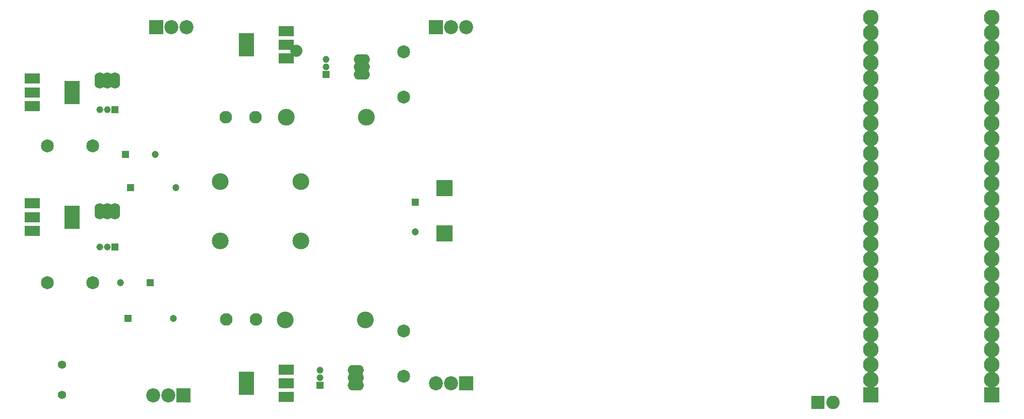
<source format=gts>
%FSTAX23Y23*%
%MOIN*%
%SFA1B1*%

%IPPOS*%
%ADD20R,0.104800X0.155980*%
%ADD21R,0.104800X0.065430*%
%ADD22C,0.085120*%
%ADD23C,0.055000*%
%ADD24C,0.103860*%
%ADD25R,0.103860X0.103860*%
%ADD26C,0.110710*%
%ADD27C,0.047240*%
%ADD28R,0.047240X0.047240*%
%ADD29O,0.108740X0.069370*%
%ADD30O,0.108740X0.069370*%
%ADD31C,0.045280*%
%ADD32R,0.045280X0.045280*%
%ADD33R,0.047240X0.047240*%
%ADD34C,0.089060*%
%ADD35R,0.089060X0.089060*%
%ADD36R,0.045280X0.045280*%
%ADD37O,0.069370X0.108740*%
%ADD38O,0.069370X0.108740*%
%ADD39R,0.092990X0.092990*%
%ADD40C,0.092990*%
%ADD41R,0.110000X0.110000*%
%ADD42C,0.083150*%
%ADD43C,0.080000*%
%LNpcb1-1*%
%LPD*%
G54D20*
X00368Y01377D03*
Y02204D03*
X01521Y00275D03*
Y02519D03*
G54D21*
X00104Y01287D03*
Y01377D03*
Y01468D03*
Y02114D03*
Y02204D03*
Y02295D03*
X01785Y00185D03*
Y00275D03*
Y00366D03*
Y02429D03*
Y02519D03*
Y0261D03*
G54D22*
X02559Y02172D03*
Y02472D03*
X00204Y00944D03*
X00504D03*
X02559Y00622D03*
Y00322D03*
X00204Y0185D03*
X00504D03*
G54D23*
X003Y002D03*
Y004D03*
G54D24*
X0565Y027D03*
Y026D03*
Y025D03*
Y024D03*
Y023D03*
Y022D03*
Y021D03*
Y02D03*
Y019D03*
Y018D03*
Y017D03*
Y016D03*
Y015D03*
Y014D03*
Y013D03*
Y012D03*
Y011D03*
Y01D03*
Y009D03*
Y008D03*
Y007D03*
Y006D03*
Y005D03*
Y004D03*
Y003D03*
X0645Y027D03*
Y026D03*
Y025D03*
Y024D03*
Y023D03*
Y022D03*
Y021D03*
Y02D03*
Y019D03*
Y018D03*
Y017D03*
Y016D03*
Y015D03*
Y014D03*
Y003D03*
Y004D03*
Y005D03*
Y006D03*
Y007D03*
Y008D03*
Y009D03*
Y01D03*
Y011D03*
Y012D03*
Y013D03*
G54D25*
X0565Y002D03*
X0645D03*
G54D26*
X01777Y00695D03*
X02308D03*
X01879Y01614D03*
X01348D03*
Y0122D03*
X01879D03*
X02313Y02038D03*
X01782D03*
G54D27*
X00688Y00944D03*
X00916Y01794D03*
X02637Y01279D03*
X01055Y01574D03*
X01038Y00705D03*
G54D28*
X00885Y00944D03*
X00719Y01794D03*
X00755Y01574D03*
X00737Y00705D03*
G54D29*
X02244Y00364D03*
Y00264D03*
X02283Y02422D03*
Y02322D03*
G54D30*
X02244Y00314D03*
X02283Y02372D03*
G54D31*
X02007Y00364D03*
Y00314D03*
X02047Y02422D03*
Y02372D03*
X0055Y0118D03*
X006D03*
X0055Y0209D03*
X006D03*
G54D32*
X02007Y00264D03*
X02047Y02322D03*
G54D33*
X02637Y01476D03*
G54D34*
X054Y0015D03*
G54D35*
X053Y0015D03*
G54D36*
X0065Y0118D03*
Y0209D03*
G54D37*
X00651Y01417D03*
X00551D03*
X00651Y02283D03*
X00551D03*
G54D38*
X00601Y01417D03*
Y02283D03*
G54D39*
X02974Y00275D03*
X00923Y02637D03*
X01102Y00196D03*
X02774Y02637D03*
G54D40*
X02874Y00275D03*
X02774D03*
X01123Y02637D03*
X01023D03*
X00902Y00196D03*
X01002D03*
X02974Y02637D03*
X02874D03*
G54D41*
X0283Y0127D03*
Y0157D03*
G54D42*
X01384Y02038D03*
X01581D03*
X01584Y007D03*
X01388D03*
G54D43*
X0185Y0248D03*
M02*
</source>
